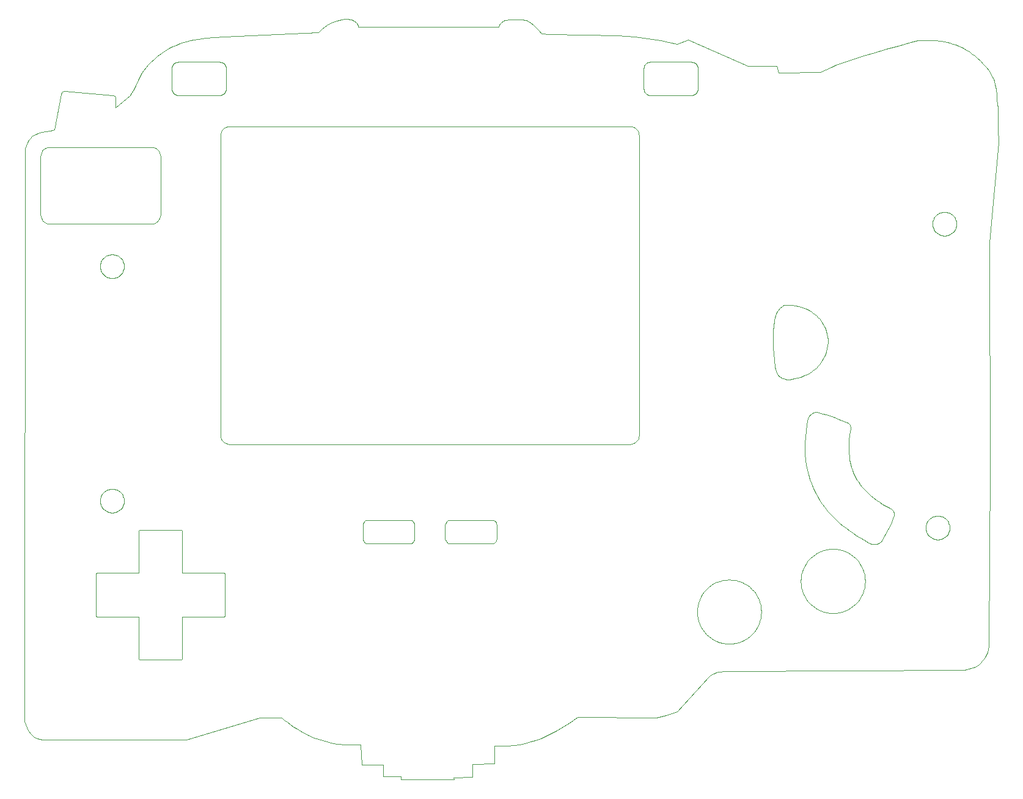
<source format=gbr>
%TF.GenerationSoftware,KiCad,Pcbnew,(6.0.11)*%
%TF.CreationDate,2023-04-05T19:42:33-05:00*%
%TF.ProjectId,GamePip,47616d65-5069-4702-9e6b-696361645f70,rev?*%
%TF.SameCoordinates,Original*%
%TF.FileFunction,Profile,NP*%
%FSLAX46Y46*%
G04 Gerber Fmt 4.6, Leading zero omitted, Abs format (unit mm)*
G04 Created by KiCad (PCBNEW (6.0.11)) date 2023-04-05 19:42:33*
%MOMM*%
%LPD*%
G01*
G04 APERTURE LIST*
%TA.AperFunction,Profile*%
%ADD10C,0.100000*%
%TD*%
G04 APERTURE END LIST*
D10*
X175003000Y-82826600D02*
X175026000Y-82660600D01*
X175026000Y-82660600D02*
X175075000Y-82413100D01*
X175075000Y-82413100D02*
X175160000Y-82109700D01*
X175160000Y-82109700D02*
X175288000Y-81775800D01*
X175288000Y-81775800D02*
X175466000Y-81437200D01*
X175466000Y-81437200D02*
X175577000Y-81274000D01*
X175577000Y-81274000D02*
X175703000Y-81119200D01*
X175703000Y-81119200D02*
X175846000Y-80976000D01*
X175846000Y-80976000D02*
X176007000Y-80847600D01*
X176007000Y-80847600D02*
X176186000Y-80737100D01*
X176186000Y-80737100D02*
X176385000Y-80647800D01*
X176385000Y-80647800D02*
X176685000Y-80625400D01*
X176685000Y-80625400D02*
X177047000Y-80628300D01*
X177047000Y-80628300D02*
X177459000Y-80660900D01*
X177459000Y-80660900D02*
X177911000Y-80727800D01*
X177911000Y-80727800D02*
X178392000Y-80833300D01*
X178392000Y-80833300D02*
X178891000Y-80982000D01*
X178891000Y-80982000D02*
X179398000Y-81178400D01*
X179398000Y-81178400D02*
X179900000Y-81426900D01*
X179900000Y-81426900D02*
X180146000Y-81572100D01*
X180146000Y-81572100D02*
X180387000Y-81732100D01*
X180387000Y-81732100D02*
X180622000Y-81907300D01*
X180622000Y-81907300D02*
X180849000Y-82098300D01*
X180849000Y-82098300D02*
X181067000Y-82305700D01*
X181067000Y-82305700D02*
X181274000Y-82530100D01*
X181274000Y-82530100D02*
X181469000Y-82772000D01*
X181469000Y-82772000D02*
X181651000Y-83032000D01*
X181651000Y-83032000D02*
X181819000Y-83310600D01*
X181819000Y-83310600D02*
X181970000Y-83608400D01*
X181970000Y-83608400D02*
X182105000Y-83925900D01*
X182105000Y-83925900D02*
X182220000Y-84263800D01*
X182220000Y-84263800D02*
X182316000Y-84622500D01*
X182316000Y-84622500D02*
X182390000Y-85002700D01*
X182390000Y-85002700D02*
X182441000Y-85404800D01*
X182441000Y-85404800D02*
X182468000Y-85829500D01*
X182468000Y-85829500D02*
X182414000Y-86252400D01*
X182414000Y-86252400D02*
X182337000Y-86652100D01*
X182337000Y-86652100D02*
X182238000Y-87029200D01*
X182238000Y-87029200D02*
X182118000Y-87384400D01*
X182118000Y-87384400D02*
X181980000Y-87718200D01*
X181980000Y-87718200D02*
X181825000Y-88031400D01*
X181825000Y-88031400D02*
X181653000Y-88324400D01*
X181653000Y-88324400D02*
X181468000Y-88597900D01*
X181468000Y-88597900D02*
X181270000Y-88852600D01*
X181270000Y-88852600D02*
X181061000Y-89089000D01*
X181061000Y-89089000D02*
X180842000Y-89307800D01*
X180842000Y-89307800D02*
X180615000Y-89509500D01*
X180615000Y-89509500D02*
X180382000Y-89694900D01*
X180382000Y-89694900D02*
X180143000Y-89864500D01*
X180143000Y-89864500D02*
X179657000Y-90158900D01*
X179657000Y-90158900D02*
X179169000Y-90397500D01*
X179169000Y-90397500D02*
X178692000Y-90585400D01*
X178692000Y-90585400D02*
X178236000Y-90727500D01*
X178236000Y-90727500D02*
X177815000Y-90828700D01*
X177815000Y-90828700D02*
X177442000Y-90894000D01*
X177442000Y-90894000D02*
X177127000Y-90928300D01*
X177127000Y-90928300D02*
X176883000Y-90936500D01*
X176883000Y-90936500D02*
X176722000Y-90923600D01*
X176722000Y-90923600D02*
X176513000Y-90883300D01*
X176513000Y-90883300D02*
X176324000Y-90830800D01*
X176324000Y-90830800D02*
X176153000Y-90766800D01*
X176153000Y-90766800D02*
X175999000Y-90692000D01*
X175999000Y-90692000D02*
X175862000Y-90607200D01*
X175862000Y-90607200D02*
X175739000Y-90512900D01*
X175739000Y-90512900D02*
X175630000Y-90410000D01*
X175630000Y-90410000D02*
X175533000Y-90299100D01*
X175533000Y-90299100D02*
X175374000Y-90056300D01*
X175374000Y-90056300D02*
X175251000Y-89790100D01*
X175251000Y-89790100D02*
X175157000Y-89506300D01*
X175157000Y-89506300D02*
X175082000Y-89210400D01*
X175082000Y-89210400D02*
X174991000Y-88252700D01*
X174991000Y-88252700D02*
X174922000Y-87344600D01*
X174922000Y-87344600D02*
X174875000Y-86484200D01*
X174875000Y-86484200D02*
X174851000Y-85669500D01*
X174851000Y-85669500D02*
X174851000Y-84898400D01*
X174851000Y-84898400D02*
X174876000Y-84168900D01*
X174876000Y-84168900D02*
X174926000Y-83479000D01*
X174926000Y-83479000D02*
X175003000Y-82826600D01*
X175003000Y-82826600D02*
X175003000Y-82826600D01*
X175003000Y-82826600D02*
X175003000Y-82826600D01*
X87103400Y-111797400D02*
X87048600Y-111808500D01*
X87048600Y-111808500D02*
X87003900Y-111838500D01*
X87003900Y-111838500D02*
X86973800Y-111883200D01*
X86973800Y-111883200D02*
X86962800Y-111938000D01*
X86962800Y-111938000D02*
X86962800Y-117748000D01*
X86962800Y-117748000D02*
X81152800Y-117748000D01*
X81152800Y-117748000D02*
X81098000Y-117759000D01*
X81098000Y-117759000D02*
X81053400Y-117789000D01*
X81053400Y-117789000D02*
X81023300Y-117834000D01*
X81023300Y-117834000D02*
X81012300Y-117889000D01*
X81012300Y-117889000D02*
X81012300Y-123628000D01*
X81012300Y-123628000D02*
X81023300Y-123683000D01*
X81023300Y-123683000D02*
X81053400Y-123728000D01*
X81053400Y-123728000D02*
X81098000Y-123758000D01*
X81098000Y-123758000D02*
X81152800Y-123769000D01*
X81152800Y-123769000D02*
X86962800Y-123769000D01*
X86962800Y-123769000D02*
X86962800Y-129579000D01*
X86962800Y-129579000D02*
X86973800Y-129634000D01*
X86973800Y-129634000D02*
X87003900Y-129678000D01*
X87003900Y-129678000D02*
X87048600Y-129708000D01*
X87048600Y-129708000D02*
X87103400Y-129719000D01*
X87103400Y-129719000D02*
X92843100Y-129719000D01*
X92843100Y-129719000D02*
X92897900Y-129708000D01*
X92897900Y-129708000D02*
X92942600Y-129678000D01*
X92942600Y-129678000D02*
X92972600Y-129634000D01*
X92972600Y-129634000D02*
X92983600Y-129579000D01*
X92983600Y-129579000D02*
X92983600Y-123769000D01*
X92983600Y-123769000D02*
X98793600Y-123769000D01*
X98793600Y-123769000D02*
X98848400Y-123758000D01*
X98848400Y-123758000D02*
X98893100Y-123728000D01*
X98893100Y-123728000D02*
X98923200Y-123683000D01*
X98923200Y-123683000D02*
X98934200Y-123628000D01*
X98934200Y-123628000D02*
X98934200Y-117889000D01*
X98934200Y-117889000D02*
X98923200Y-117834000D01*
X98923200Y-117834000D02*
X98893100Y-117789000D01*
X98893100Y-117789000D02*
X98848400Y-117759000D01*
X98848400Y-117759000D02*
X98793600Y-117748000D01*
X98793600Y-117748000D02*
X92983600Y-117748000D01*
X92983600Y-117748000D02*
X92983600Y-111938000D01*
X92983600Y-111938000D02*
X92972600Y-111883200D01*
X92972600Y-111883200D02*
X92942600Y-111838500D01*
X92942600Y-111838500D02*
X92897900Y-111808500D01*
X92897900Y-111808500D02*
X92843100Y-111797400D01*
X92843100Y-111797400D02*
X87103400Y-111797400D01*
X87103400Y-111797400D02*
X87103400Y-111797400D01*
X179702000Y-96254800D02*
X179520000Y-97163100D01*
X179520000Y-97163100D02*
X179384000Y-98043200D01*
X179384000Y-98043200D02*
X179292000Y-98895500D01*
X179292000Y-98895500D02*
X179241000Y-99720400D01*
X179241000Y-99720400D02*
X179230000Y-100518600D01*
X179230000Y-100518600D02*
X179259000Y-101290300D01*
X179259000Y-101290300D02*
X179324000Y-102036200D01*
X179324000Y-102036200D02*
X179425000Y-102756500D01*
X179425000Y-102756500D02*
X179559000Y-103451900D01*
X179559000Y-103451900D02*
X179726000Y-104122700D01*
X179726000Y-104122700D02*
X179923000Y-104769500D01*
X179923000Y-104769500D02*
X180149000Y-105392600D01*
X180149000Y-105392600D02*
X180402000Y-105992600D01*
X180402000Y-105992600D02*
X180682000Y-106569900D01*
X180682000Y-106569900D02*
X180985000Y-107125000D01*
X180985000Y-107125000D02*
X181311000Y-107658300D01*
X181311000Y-107658300D02*
X181657000Y-108170400D01*
X181657000Y-108170400D02*
X182023000Y-108661500D01*
X182023000Y-108661500D02*
X182407000Y-109132300D01*
X182407000Y-109132300D02*
X182806000Y-109583200D01*
X182806000Y-109583200D02*
X183220000Y-110014700D01*
X183220000Y-110014700D02*
X183647000Y-110427100D01*
X183647000Y-110427100D02*
X184084000Y-110821000D01*
X184084000Y-110821000D02*
X184532000Y-111196900D01*
X184532000Y-111196900D02*
X184987000Y-111555100D01*
X184987000Y-111555100D02*
X185449000Y-111896300D01*
X185449000Y-111896300D02*
X185915000Y-112220700D01*
X185915000Y-112220700D02*
X186384000Y-112528900D01*
X186384000Y-112528900D02*
X187325000Y-113098500D01*
X187325000Y-113098500D02*
X188259000Y-113609000D01*
X188259000Y-113609000D02*
X188572000Y-113693000D01*
X188572000Y-113693000D02*
X188838000Y-113732000D01*
X188838000Y-113732000D02*
X189065000Y-113733000D01*
X189065000Y-113733000D02*
X189258000Y-113702000D01*
X189258000Y-113702000D02*
X189424000Y-113645000D01*
X189424000Y-113645000D02*
X189568000Y-113567000D01*
X189568000Y-113567000D02*
X189818000Y-113375000D01*
X189818000Y-113375000D02*
X190355000Y-112471600D01*
X190355000Y-112471600D02*
X190853000Y-111566000D01*
X190853000Y-111566000D02*
X191077000Y-111111400D01*
X191077000Y-111111400D02*
X191277000Y-110655300D01*
X191277000Y-110655300D02*
X191450000Y-110197300D01*
X191450000Y-110197300D02*
X191590000Y-109737100D01*
X191590000Y-109737100D02*
X191609000Y-109551100D01*
X191609000Y-109551100D02*
X191595000Y-109389600D01*
X191595000Y-109389600D02*
X191552000Y-109249800D01*
X191552000Y-109249800D02*
X191483000Y-109129000D01*
X191483000Y-109129000D02*
X191392000Y-109024300D01*
X191392000Y-109024300D02*
X191282000Y-108933100D01*
X191282000Y-108933100D02*
X191024000Y-108779900D01*
X191024000Y-108779900D02*
X190517000Y-108494600D01*
X190517000Y-108494600D02*
X190038000Y-108206200D01*
X190038000Y-108206200D02*
X189588000Y-107914500D01*
X189588000Y-107914500D02*
X189164000Y-107619600D01*
X189164000Y-107619600D02*
X188768000Y-107321300D01*
X188768000Y-107321300D02*
X188396000Y-107019500D01*
X188396000Y-107019500D02*
X188050000Y-106714300D01*
X188050000Y-106714300D02*
X187729000Y-106405500D01*
X187729000Y-106405500D02*
X187431000Y-106093100D01*
X187431000Y-106093100D02*
X187156000Y-105777000D01*
X187156000Y-105777000D02*
X186903000Y-105457100D01*
X186903000Y-105457100D02*
X186672000Y-105133500D01*
X186672000Y-105133500D02*
X186463000Y-104805900D01*
X186463000Y-104805900D02*
X186273000Y-104474400D01*
X186273000Y-104474400D02*
X186103000Y-104138900D01*
X186103000Y-104138900D02*
X185952000Y-103799200D01*
X185952000Y-103799200D02*
X185820000Y-103455500D01*
X185820000Y-103455500D02*
X185705000Y-103107500D01*
X185705000Y-103107500D02*
X185607000Y-102755200D01*
X185607000Y-102755200D02*
X185525000Y-102398600D01*
X185525000Y-102398600D02*
X185459000Y-102037600D01*
X185459000Y-102037600D02*
X185407000Y-101672100D01*
X185407000Y-101672100D02*
X185346000Y-100927400D01*
X185346000Y-100927400D02*
X185337000Y-100164000D01*
X185337000Y-100164000D02*
X185373000Y-99381400D01*
X185373000Y-99381400D02*
X185450000Y-98578900D01*
X185450000Y-98578900D02*
X185561000Y-97756300D01*
X185561000Y-97756300D02*
X185578000Y-97618600D01*
X185578000Y-97618600D02*
X185576000Y-97489000D01*
X185576000Y-97489000D02*
X185553000Y-97367800D01*
X185553000Y-97367800D02*
X185510000Y-97255300D01*
X185510000Y-97255300D02*
X185444000Y-97152000D01*
X185444000Y-97152000D02*
X185355000Y-97058100D01*
X185355000Y-97058100D02*
X185243000Y-96974100D01*
X185243000Y-96974100D02*
X185106000Y-96900400D01*
X185106000Y-96900400D02*
X184164000Y-96506000D01*
X184164000Y-96506000D02*
X183203000Y-96140900D01*
X183203000Y-96140900D02*
X182217000Y-95814900D01*
X182217000Y-95814900D02*
X181712000Y-95669600D01*
X181712000Y-95669600D02*
X181199000Y-95537700D01*
X181199000Y-95537700D02*
X180914000Y-95483900D01*
X180914000Y-95483900D02*
X180668000Y-95486000D01*
X180668000Y-95486000D02*
X180454000Y-95536500D01*
X180454000Y-95536500D02*
X180268000Y-95628000D01*
X180268000Y-95628000D02*
X180105000Y-95753100D01*
X180105000Y-95753100D02*
X179960000Y-95904200D01*
X179960000Y-95904200D02*
X179827000Y-96073900D01*
X179827000Y-96073900D02*
X179702000Y-96254800D01*
X179702000Y-96254800D02*
X179702000Y-96254800D01*
X179702000Y-96254800D02*
X179702000Y-96254800D01*
X99527100Y-55892500D02*
X155042000Y-55892500D01*
X155042000Y-55892500D02*
X155293000Y-55917600D01*
X155293000Y-55917600D02*
X155527000Y-55989800D01*
X155527000Y-55989800D02*
X155738000Y-56104100D01*
X155738000Y-56104100D02*
X155922000Y-56255600D01*
X155922000Y-56255600D02*
X156073000Y-56439300D01*
X156073000Y-56439300D02*
X156187000Y-56650400D01*
X156187000Y-56650400D02*
X156260000Y-56883900D01*
X156260000Y-56883900D02*
X156285000Y-57134900D01*
X156285000Y-57134900D02*
X156285000Y-98650100D01*
X156285000Y-98650100D02*
X156260000Y-98901100D01*
X156260000Y-98901100D02*
X156187000Y-99134600D01*
X156187000Y-99134600D02*
X156073000Y-99345600D01*
X156073000Y-99345600D02*
X155922000Y-99529400D01*
X155922000Y-99529400D02*
X155738000Y-99680900D01*
X155738000Y-99680900D02*
X155527000Y-99795100D01*
X155527000Y-99795100D02*
X155293000Y-99867300D01*
X155293000Y-99867300D02*
X155042000Y-99892500D01*
X155042000Y-99892500D02*
X99527100Y-99892500D01*
X99527100Y-99892500D02*
X99276100Y-99867300D01*
X99276100Y-99867300D02*
X99042600Y-99795100D01*
X99042600Y-99795100D02*
X98831500Y-99680900D01*
X98831500Y-99680900D02*
X98647800Y-99529400D01*
X98647800Y-99529400D02*
X98496300Y-99345600D01*
X98496300Y-99345600D02*
X98382000Y-99134600D01*
X98382000Y-99134600D02*
X98309800Y-98901100D01*
X98309800Y-98901100D02*
X98284700Y-98650100D01*
X98284700Y-98650100D02*
X98284700Y-57134900D01*
X98284700Y-57134900D02*
X98309800Y-56883900D01*
X98309800Y-56883900D02*
X98382000Y-56650400D01*
X98382000Y-56650400D02*
X98496300Y-56439300D01*
X98496300Y-56439300D02*
X98647800Y-56255600D01*
X98647800Y-56255600D02*
X98831500Y-56104100D01*
X98831500Y-56104100D02*
X99042600Y-55989800D01*
X99042600Y-55989800D02*
X99276100Y-55917600D01*
X99276100Y-55917600D02*
X99527100Y-55892500D01*
X99527100Y-55892500D02*
X99527100Y-55892500D01*
X99527100Y-55892500D02*
X99527100Y-55892500D01*
X118672000Y-110400200D02*
X124498000Y-110400200D01*
X124498000Y-110400200D02*
X124634000Y-110416900D01*
X124634000Y-110416900D02*
X124761000Y-110464800D01*
X124761000Y-110464800D02*
X124875000Y-110540900D01*
X124875000Y-110540900D02*
X124976000Y-110641500D01*
X124976000Y-110641500D02*
X125059000Y-110763700D01*
X125059000Y-110763700D02*
X125121000Y-110903900D01*
X125121000Y-110903900D02*
X125160000Y-111059000D01*
X125160000Y-111059000D02*
X125174000Y-111225800D01*
X125174000Y-111225800D02*
X125174000Y-112853100D01*
X125174000Y-112853100D02*
X125160000Y-113019900D01*
X125160000Y-113019900D02*
X125121000Y-113175000D01*
X125121000Y-113175000D02*
X125059000Y-113315000D01*
X125059000Y-113315000D02*
X124976000Y-113437000D01*
X124976000Y-113437000D02*
X124875000Y-113538000D01*
X124875000Y-113538000D02*
X124761000Y-113614000D01*
X124761000Y-113614000D02*
X124634000Y-113662000D01*
X124634000Y-113662000D02*
X124498000Y-113679000D01*
X124498000Y-113679000D02*
X118672000Y-113679000D01*
X118672000Y-113679000D02*
X118535000Y-113662000D01*
X118535000Y-113662000D02*
X118409000Y-113614000D01*
X118409000Y-113614000D02*
X118294000Y-113538000D01*
X118294000Y-113538000D02*
X118193000Y-113437000D01*
X118193000Y-113437000D02*
X118110000Y-113315000D01*
X118110000Y-113315000D02*
X118048000Y-113175000D01*
X118048000Y-113175000D02*
X118009000Y-113019900D01*
X118009000Y-113019900D02*
X117995000Y-112853100D01*
X117995000Y-112853100D02*
X117995000Y-111225800D01*
X117995000Y-111225800D02*
X118009000Y-111059000D01*
X118009000Y-111059000D02*
X118048000Y-110903900D01*
X118048000Y-110903900D02*
X118110000Y-110763700D01*
X118110000Y-110763700D02*
X118193000Y-110641500D01*
X118193000Y-110641500D02*
X118294000Y-110540900D01*
X118294000Y-110540900D02*
X118409000Y-110464800D01*
X118409000Y-110464800D02*
X118535000Y-110416900D01*
X118535000Y-110416900D02*
X118672000Y-110400200D01*
X118672000Y-110400200D02*
X118672000Y-110400200D01*
X118672000Y-110400200D02*
X118672000Y-110400200D01*
X130072000Y-110400200D02*
X135898000Y-110400200D01*
X135898000Y-110400200D02*
X136034000Y-110416900D01*
X136034000Y-110416900D02*
X136161000Y-110464800D01*
X136161000Y-110464800D02*
X136275000Y-110540900D01*
X136275000Y-110540900D02*
X136376000Y-110641500D01*
X136376000Y-110641500D02*
X136459000Y-110763700D01*
X136459000Y-110763700D02*
X136521000Y-110903900D01*
X136521000Y-110903900D02*
X136560000Y-111059000D01*
X136560000Y-111059000D02*
X136574000Y-111225800D01*
X136574000Y-111225800D02*
X136574000Y-112853100D01*
X136574000Y-112853100D02*
X136560000Y-113019900D01*
X136560000Y-113019900D02*
X136521000Y-113175000D01*
X136521000Y-113175000D02*
X136459000Y-113315000D01*
X136459000Y-113315000D02*
X136376000Y-113437000D01*
X136376000Y-113437000D02*
X136275000Y-113538000D01*
X136275000Y-113538000D02*
X136161000Y-113614000D01*
X136161000Y-113614000D02*
X136034000Y-113662000D01*
X136034000Y-113662000D02*
X135898000Y-113679000D01*
X135898000Y-113679000D02*
X130072000Y-113679000D01*
X130072000Y-113679000D02*
X129935000Y-113662000D01*
X129935000Y-113662000D02*
X129809000Y-113614000D01*
X129809000Y-113614000D02*
X129694000Y-113538000D01*
X129694000Y-113538000D02*
X129593000Y-113437000D01*
X129593000Y-113437000D02*
X129510000Y-113315000D01*
X129510000Y-113315000D02*
X129448000Y-113175000D01*
X129448000Y-113175000D02*
X129409000Y-113019900D01*
X129409000Y-113019900D02*
X129395000Y-112853100D01*
X129395000Y-112853100D02*
X129395000Y-111225800D01*
X129395000Y-111225800D02*
X129409000Y-111059000D01*
X129409000Y-111059000D02*
X129448000Y-110903900D01*
X129448000Y-110903900D02*
X129510000Y-110763700D01*
X129510000Y-110763700D02*
X129593000Y-110641500D01*
X129593000Y-110641500D02*
X129694000Y-110540900D01*
X129694000Y-110540900D02*
X129809000Y-110464800D01*
X129809000Y-110464800D02*
X129935000Y-110416900D01*
X129935000Y-110416900D02*
X130072000Y-110400200D01*
X130072000Y-110400200D02*
X130072000Y-110400200D01*
X130072000Y-110400200D02*
X130072000Y-110400200D01*
X71215300Y-58952700D02*
X71168500Y-138248000D01*
X71168500Y-138248000D02*
X71312700Y-138691000D01*
X71312700Y-138691000D02*
X71466300Y-139128000D01*
X71466300Y-139128000D02*
X71653200Y-139546000D01*
X71653200Y-139546000D02*
X71766600Y-139742000D01*
X71766600Y-139742000D02*
X71897300Y-139929000D01*
X71897300Y-139929000D02*
X72048300Y-140103000D01*
X72048300Y-140103000D02*
X72222700Y-140263000D01*
X72222700Y-140263000D02*
X72423300Y-140407000D01*
X72423300Y-140407000D02*
X72653200Y-140534000D01*
X72653200Y-140534000D02*
X72915400Y-140641000D01*
X72915400Y-140641000D02*
X73212800Y-140727000D01*
X73212800Y-140727000D02*
X73548600Y-140790000D01*
X73548600Y-140790000D02*
X73925600Y-140828000D01*
X73925600Y-140828000D02*
X93524400Y-140827000D01*
X93524400Y-140827000D02*
X103724700Y-137789000D01*
X103724700Y-137789000D02*
X106806700Y-137755000D01*
X106806700Y-137755000D02*
X107130200Y-138081000D01*
X107130200Y-138081000D02*
X107504500Y-138403000D01*
X107504500Y-138403000D02*
X107924500Y-138720000D01*
X107924500Y-138720000D02*
X108385100Y-139034000D01*
X108385100Y-139034000D02*
X108881200Y-139344000D01*
X108881200Y-139344000D02*
X109407600Y-139652000D01*
X109407600Y-139652000D02*
X110530700Y-140262000D01*
X110530700Y-140262000D02*
X111219300Y-140532000D01*
X111219300Y-140532000D02*
X111857500Y-140761000D01*
X111857500Y-140761000D02*
X112449000Y-140953000D01*
X112449000Y-140953000D02*
X112999000Y-141110000D01*
X112999000Y-141110000D02*
X113509000Y-141236000D01*
X113509000Y-141236000D02*
X113986000Y-141334000D01*
X113986000Y-141334000D02*
X114431000Y-141407000D01*
X114431000Y-141407000D02*
X114850000Y-141458000D01*
X114850000Y-141458000D02*
X115247000Y-141491000D01*
X115247000Y-141491000D02*
X115624000Y-141509000D01*
X115624000Y-141509000D02*
X116338000Y-141510000D01*
X116338000Y-141510000D02*
X117713000Y-141471000D01*
X117713000Y-141471000D02*
X117838000Y-144263000D01*
X117838000Y-144263000D02*
X120816000Y-144310000D01*
X120816000Y-144310000D02*
X120867000Y-145896000D01*
X120867000Y-145896000D02*
X123309000Y-145933000D01*
X123309000Y-145933000D02*
X123321000Y-146295000D01*
X123321000Y-146295000D02*
X130632000Y-146353000D01*
X130632000Y-146353000D02*
X130597000Y-146062000D01*
X130597000Y-146062000D02*
X133157000Y-146006000D01*
X133157000Y-146006000D02*
X133167000Y-144178000D01*
X133167000Y-144178000D02*
X136208000Y-144096000D01*
X136208000Y-144096000D02*
X136221000Y-141658000D01*
X136221000Y-141658000D02*
X137133000Y-141682000D01*
X137133000Y-141682000D02*
X138010000Y-141657000D01*
X138010000Y-141657000D02*
X138855000Y-141585000D01*
X138855000Y-141585000D02*
X139670000Y-141468000D01*
X139670000Y-141468000D02*
X140456000Y-141311000D01*
X140456000Y-141311000D02*
X141216000Y-141116000D01*
X141216000Y-141116000D02*
X141952000Y-140884000D01*
X141952000Y-140884000D02*
X142665000Y-140620000D01*
X142665000Y-140620000D02*
X143357000Y-140327000D01*
X143357000Y-140327000D02*
X144031000Y-140006000D01*
X144031000Y-140006000D02*
X144688000Y-139661000D01*
X144688000Y-139661000D02*
X145331000Y-139294000D01*
X145331000Y-139294000D02*
X145960000Y-138909000D01*
X145960000Y-138909000D02*
X146579000Y-138508000D01*
X146579000Y-138508000D02*
X147791000Y-137671000D01*
X147791000Y-137671000D02*
X158653000Y-137741000D01*
X158653000Y-137741000D02*
X159342000Y-137611000D01*
X159342000Y-137611000D02*
X160058000Y-137424000D01*
X160058000Y-137424000D02*
X160799000Y-137184000D01*
X160799000Y-137184000D02*
X161562000Y-136896000D01*
X161562000Y-136896000D02*
X165857000Y-132167000D01*
X165857000Y-132167000D02*
X166089000Y-131958000D01*
X166089000Y-131958000D02*
X166348000Y-131788000D01*
X166348000Y-131788000D02*
X166631000Y-131651000D01*
X166631000Y-131651000D02*
X166935000Y-131545000D01*
X166935000Y-131545000D02*
X167259000Y-131465000D01*
X167259000Y-131465000D02*
X167598000Y-131408000D01*
X167598000Y-131408000D02*
X167951000Y-131369000D01*
X167951000Y-131369000D02*
X168313000Y-131344000D01*
X168313000Y-131344000D02*
X200987000Y-131156000D01*
X200987000Y-131156000D02*
X201326000Y-131134000D01*
X201326000Y-131134000D02*
X201655000Y-131093000D01*
X201655000Y-131093000D02*
X201972000Y-131032000D01*
X201972000Y-131032000D02*
X202278000Y-130950000D01*
X202278000Y-130950000D02*
X202570000Y-130846000D01*
X202570000Y-130846000D02*
X202850000Y-130718000D01*
X202850000Y-130718000D02*
X203115000Y-130565000D01*
X203115000Y-130565000D02*
X203366000Y-130386000D01*
X203366000Y-130386000D02*
X203602000Y-130180000D01*
X203602000Y-130180000D02*
X203821000Y-129945000D01*
X203821000Y-129945000D02*
X204023000Y-129681000D01*
X204023000Y-129681000D02*
X204208000Y-129385000D01*
X204208000Y-129385000D02*
X204375000Y-129057000D01*
X204375000Y-129057000D02*
X204523000Y-128695000D01*
X204523000Y-128695000D02*
X204651000Y-128299000D01*
X204651000Y-128299000D02*
X204758000Y-127866000D01*
X204758000Y-127866000D02*
X204881000Y-102969900D01*
X204881000Y-102969900D02*
X204791000Y-71970500D01*
X204791000Y-71970500D02*
X206083000Y-58088300D01*
X206083000Y-58088300D02*
X206049000Y-57436300D01*
X206049000Y-57436300D02*
X206034000Y-56729900D01*
X206034000Y-56729900D02*
X206030000Y-55254600D01*
X206030000Y-55254600D02*
X206014000Y-53863100D01*
X206014000Y-53863100D02*
X205984000Y-53261600D01*
X205984000Y-53261600D02*
X205930000Y-52756300D01*
X205930000Y-52756300D02*
X205853000Y-52076700D01*
X205853000Y-52076700D02*
X205805000Y-51407300D01*
X205805000Y-51407300D02*
X205739000Y-50733000D01*
X205739000Y-50733000D02*
X205685000Y-50389500D01*
X205685000Y-50389500D02*
X205610000Y-50039200D01*
X205610000Y-50039200D02*
X205507000Y-49680200D01*
X205507000Y-49680200D02*
X205372000Y-49310800D01*
X205372000Y-49310800D02*
X205197000Y-48929000D01*
X205197000Y-48929000D02*
X204978000Y-48533100D01*
X204978000Y-48533100D02*
X204708000Y-48121100D01*
X204708000Y-48121100D02*
X204383000Y-47691100D01*
X204383000Y-47691100D02*
X203995000Y-47241500D01*
X203995000Y-47241500D02*
X203540000Y-46770100D01*
X203540000Y-46770100D02*
X203150000Y-46414700D01*
X203150000Y-46414700D02*
X202765000Y-46090000D01*
X202765000Y-46090000D02*
X202386000Y-45794700D01*
X202386000Y-45794700D02*
X202011000Y-45527500D01*
X202011000Y-45527500D02*
X201637000Y-45286800D01*
X201637000Y-45286800D02*
X201264000Y-45071500D01*
X201264000Y-45071500D02*
X200889000Y-44880000D01*
X200889000Y-44880000D02*
X200512000Y-44711000D01*
X200512000Y-44711000D02*
X200131000Y-44563100D01*
X200131000Y-44563100D02*
X199744000Y-44434900D01*
X199744000Y-44434900D02*
X199349000Y-44325000D01*
X199349000Y-44325000D02*
X198946000Y-44232100D01*
X198946000Y-44232100D02*
X198532000Y-44154800D01*
X198532000Y-44154800D02*
X198107000Y-44091700D01*
X198107000Y-44091700D02*
X197214000Y-44002400D01*
X197214000Y-44002400D02*
X196154000Y-43946800D01*
X196154000Y-43946800D02*
X195704000Y-43943300D01*
X195704000Y-43943300D02*
X195296000Y-43957000D01*
X195296000Y-43957000D02*
X194922000Y-43988800D01*
X194922000Y-43988800D02*
X194574000Y-44039400D01*
X194574000Y-44039400D02*
X194243000Y-44109700D01*
X194243000Y-44109700D02*
X193921000Y-44200500D01*
X193921000Y-44200500D02*
X192167000Y-44708400D01*
X192167000Y-44708400D02*
X190496000Y-45180100D01*
X190496000Y-45180100D02*
X188893000Y-45635400D01*
X188893000Y-45635400D02*
X187343000Y-46093800D01*
X187343000Y-46093800D02*
X185829000Y-46575200D01*
X185829000Y-46575200D02*
X184337000Y-47099200D01*
X184337000Y-47099200D02*
X183595000Y-47383300D01*
X183595000Y-47383300D02*
X182852000Y-47685400D01*
X182852000Y-47685400D02*
X182107000Y-48008100D01*
X182107000Y-48008100D02*
X181358000Y-48353700D01*
X181358000Y-48353700D02*
X175628000Y-48422900D01*
X175628000Y-48422900D02*
X175393000Y-47557100D01*
X175393000Y-47557100D02*
X171379000Y-47508500D01*
X171379000Y-47508500D02*
X163118000Y-43897000D01*
X163118000Y-43897000D02*
X161581000Y-44512500D01*
X161581000Y-44512500D02*
X160406000Y-44215100D01*
X160406000Y-44215100D02*
X159230000Y-43967100D01*
X159230000Y-43967100D02*
X158053000Y-43763900D01*
X158053000Y-43763900D02*
X156876000Y-43600600D01*
X156876000Y-43600600D02*
X155699000Y-43472700D01*
X155699000Y-43472700D02*
X154521000Y-43375300D01*
X154521000Y-43375300D02*
X153343000Y-43303800D01*
X153343000Y-43303800D02*
X152165000Y-43253400D01*
X152165000Y-43253400D02*
X149808000Y-43197400D01*
X149808000Y-43197400D02*
X147451000Y-43169400D01*
X147451000Y-43169400D02*
X145093000Y-43131900D01*
X145093000Y-43131900D02*
X143915000Y-43097800D01*
X143915000Y-43097800D02*
X142736000Y-43047100D01*
X142736000Y-43047100D02*
X142397000Y-42615200D01*
X142397000Y-42615200D02*
X142032000Y-42212600D01*
X142032000Y-42212600D02*
X141647000Y-41851300D01*
X141647000Y-41851300D02*
X141247000Y-41543000D01*
X141247000Y-41543000D02*
X141043000Y-41412500D01*
X141043000Y-41412500D02*
X140837000Y-41299700D01*
X140837000Y-41299700D02*
X140630000Y-41206000D01*
X140630000Y-41206000D02*
X140423000Y-41133100D01*
X140423000Y-41133100D02*
X140216000Y-41082300D01*
X140216000Y-41082300D02*
X140009000Y-41055100D01*
X140009000Y-41055100D02*
X139805000Y-41053100D01*
X139805000Y-41053100D02*
X139602000Y-41077700D01*
X139602000Y-41077700D02*
X138790000Y-41077100D01*
X138790000Y-41077100D02*
X138171000Y-41121200D01*
X138171000Y-41121200D02*
X137924000Y-41158500D01*
X137924000Y-41158500D02*
X137713000Y-41205300D01*
X137713000Y-41205300D02*
X137536000Y-41261000D01*
X137536000Y-41261000D02*
X137388000Y-41325000D01*
X137388000Y-41325000D02*
X137265000Y-41396800D01*
X137265000Y-41396800D02*
X137164000Y-41475800D01*
X137164000Y-41475800D02*
X137081000Y-41561500D01*
X137081000Y-41561500D02*
X137011000Y-41653300D01*
X137011000Y-41653300D02*
X136899000Y-41852800D01*
X136899000Y-41852800D02*
X136797000Y-42069900D01*
X136797000Y-42069900D02*
X117391000Y-42070700D01*
X117391000Y-42070700D02*
X117339000Y-41909200D01*
X117339000Y-41909200D02*
X117275000Y-41761100D01*
X117275000Y-41761100D02*
X117197000Y-41626400D01*
X117197000Y-41626400D02*
X117107000Y-41505100D01*
X117107000Y-41505100D02*
X117004000Y-41397100D01*
X117004000Y-41397100D02*
X116888000Y-41302300D01*
X116888000Y-41302300D02*
X116759000Y-41220700D01*
X116759000Y-41220700D02*
X116618000Y-41152300D01*
X116618000Y-41152300D02*
X116464000Y-41096900D01*
X116464000Y-41096900D02*
X116298000Y-41054600D01*
X116298000Y-41054600D02*
X115928000Y-41008800D01*
X115928000Y-41008800D02*
X115509000Y-41014500D01*
X115509000Y-41014500D02*
X115041000Y-41071100D01*
X115041000Y-41071100D02*
X114419000Y-41218800D01*
X114419000Y-41218800D02*
X113886000Y-41398300D01*
X113886000Y-41398300D02*
X113427000Y-41605400D01*
X113427000Y-41605400D02*
X113032000Y-41835500D01*
X113032000Y-41835500D02*
X112687000Y-42084300D01*
X112687000Y-42084300D02*
X112383000Y-42347400D01*
X112383000Y-42347400D02*
X112104800Y-42620400D01*
X112104800Y-42620400D02*
X111842200Y-42898900D01*
X111842200Y-42898900D02*
X98702800Y-43453500D01*
X98702800Y-43453500D02*
X97416700Y-43551400D01*
X97416700Y-43551400D02*
X96236100Y-43657700D01*
X96236100Y-43657700D02*
X95138400Y-43795300D01*
X95138400Y-43795300D02*
X94613600Y-43882800D01*
X94613600Y-43882800D02*
X94101000Y-43986600D01*
X94101000Y-43986600D02*
X93597800Y-44109400D01*
X93597800Y-44109400D02*
X93101200Y-44254100D01*
X93101200Y-44254100D02*
X92608400Y-44423500D01*
X92608400Y-44423500D02*
X92116500Y-44620500D01*
X92116500Y-44620500D02*
X91622700Y-44847800D01*
X91622700Y-44847800D02*
X91124100Y-45108300D01*
X91124100Y-45108300D02*
X90618000Y-45404900D01*
X90618000Y-45404900D02*
X90101500Y-45740200D01*
X90101500Y-45740200D02*
X89543200Y-46162000D01*
X89543200Y-46162000D02*
X89055000Y-46570400D01*
X89055000Y-46570400D02*
X88630200Y-46966500D01*
X88630200Y-46966500D02*
X88261800Y-47351800D01*
X88261800Y-47351800D02*
X87943000Y-47727500D01*
X87943000Y-47727500D02*
X87667100Y-48094900D01*
X87667100Y-48094900D02*
X87427000Y-48455400D01*
X87427000Y-48455400D02*
X87216100Y-48810400D01*
X87216100Y-48810400D02*
X86854100Y-49508700D01*
X86854100Y-49508700D02*
X86526200Y-50200400D01*
X86526200Y-50200400D02*
X86177800Y-50896000D01*
X86177800Y-50896000D02*
X85978700Y-51248700D01*
X85978700Y-51248700D02*
X85754000Y-51606200D01*
X85754000Y-51606200D02*
X83771700Y-53256700D01*
X83771700Y-53256700D02*
X83742000Y-52073200D01*
X83742000Y-52073200D02*
X83752500Y-51978000D01*
X83752500Y-51978000D02*
X83748000Y-51889100D01*
X83748000Y-51889100D02*
X83727700Y-51808500D01*
X83727700Y-51808500D02*
X83690600Y-51738000D01*
X83690600Y-51738000D02*
X83635900Y-51679900D01*
X83635900Y-51679900D02*
X83562700Y-51635900D01*
X83562700Y-51635900D02*
X83470200Y-51608200D01*
X83470200Y-51608200D02*
X83357400Y-51598800D01*
X83357400Y-51598800D02*
X76743800Y-50973100D01*
X76743800Y-50973100D02*
X76617500Y-50977800D01*
X76617500Y-50977800D02*
X76512600Y-51000000D01*
X76512600Y-51000000D02*
X76427200Y-51038100D01*
X76427200Y-51038100D02*
X76359100Y-51090500D01*
X76359100Y-51090500D02*
X76306400Y-51155600D01*
X76306400Y-51155600D02*
X76267200Y-51231600D01*
X76267200Y-51231600D02*
X76221000Y-51410100D01*
X76221000Y-51410100D02*
X75291200Y-56320100D01*
X75291200Y-56320100D02*
X75006000Y-56402000D01*
X75006000Y-56402000D02*
X74715000Y-56468100D01*
X74715000Y-56468100D02*
X74123800Y-56575600D01*
X74123800Y-56575600D02*
X73534700Y-56688600D01*
X73534700Y-56688600D02*
X73246200Y-56761700D01*
X73246200Y-56761700D02*
X72964600Y-56853500D01*
X72964600Y-56853500D02*
X72692100Y-56969700D01*
X72692100Y-56969700D02*
X72430700Y-57116100D01*
X72430700Y-57116100D02*
X72182500Y-57298600D01*
X72182500Y-57298600D02*
X71949800Y-57522800D01*
X71949800Y-57522800D02*
X71734600Y-57794600D01*
X71734600Y-57794600D02*
X71539000Y-58119600D01*
X71539000Y-58119600D02*
X71365200Y-58503700D01*
X71365200Y-58503700D02*
X71215300Y-58952700D01*
X71215300Y-58952700D02*
X71215300Y-58952700D01*
X71215300Y-58952700D02*
X71215300Y-58952700D01*
X173210000Y-123120000D02*
X173187000Y-123575000D01*
X173187000Y-123575000D02*
X173120000Y-124017000D01*
X173120000Y-124017000D02*
X173010000Y-124443000D01*
X173010000Y-124443000D02*
X172861000Y-124852000D01*
X172861000Y-124852000D02*
X172673000Y-125241000D01*
X172673000Y-125241000D02*
X172450000Y-125608000D01*
X172450000Y-125608000D02*
X172194000Y-125951000D01*
X172194000Y-125951000D02*
X171907000Y-126267000D01*
X171907000Y-126267000D02*
X171591000Y-126554000D01*
X171591000Y-126554000D02*
X171248000Y-126811000D01*
X171248000Y-126811000D02*
X170881000Y-127033000D01*
X170881000Y-127033000D02*
X170492000Y-127221000D01*
X170492000Y-127221000D02*
X170083000Y-127371000D01*
X170083000Y-127371000D02*
X169657000Y-127480000D01*
X169657000Y-127480000D02*
X169215000Y-127548000D01*
X169215000Y-127548000D02*
X168760000Y-127571000D01*
X168760000Y-127571000D02*
X168305000Y-127548000D01*
X168305000Y-127548000D02*
X167863000Y-127480000D01*
X167863000Y-127480000D02*
X167436000Y-127371000D01*
X167436000Y-127371000D02*
X167027000Y-127221000D01*
X167027000Y-127221000D02*
X166638000Y-127033000D01*
X166638000Y-127033000D02*
X166271000Y-126811000D01*
X166271000Y-126811000D02*
X165929000Y-126554000D01*
X165929000Y-126554000D02*
X165613000Y-126267000D01*
X165613000Y-126267000D02*
X165325000Y-125951000D01*
X165325000Y-125951000D02*
X165069000Y-125608000D01*
X165069000Y-125608000D02*
X164846000Y-125241000D01*
X164846000Y-125241000D02*
X164659000Y-124852000D01*
X164659000Y-124852000D02*
X164509000Y-124443000D01*
X164509000Y-124443000D02*
X164399000Y-124017000D01*
X164399000Y-124017000D02*
X164332000Y-123575000D01*
X164332000Y-123575000D02*
X164309000Y-123120000D01*
X164309000Y-123120000D02*
X164331000Y-122680000D01*
X164331000Y-122680000D02*
X164395000Y-122248000D01*
X164395000Y-122248000D02*
X164501000Y-121825000D01*
X164501000Y-121825000D02*
X164648000Y-121417000D01*
X164648000Y-121417000D02*
X164833000Y-121024000D01*
X164833000Y-121024000D02*
X165057000Y-120651000D01*
X165057000Y-120651000D02*
X165317000Y-120299000D01*
X165317000Y-120299000D02*
X165613000Y-119973000D01*
X165613000Y-119973000D02*
X165939000Y-119677000D01*
X165939000Y-119677000D02*
X166290000Y-119417000D01*
X166290000Y-119417000D02*
X166664000Y-119193000D01*
X166664000Y-119193000D02*
X167056000Y-119008000D01*
X167056000Y-119008000D02*
X167465000Y-118862000D01*
X167465000Y-118862000D02*
X167887000Y-118755000D01*
X167887000Y-118755000D02*
X168320000Y-118691000D01*
X168320000Y-118691000D02*
X168760000Y-118669000D01*
X168760000Y-118669000D02*
X169215000Y-118692000D01*
X169215000Y-118692000D02*
X169657000Y-118760000D01*
X169657000Y-118760000D02*
X170083000Y-118869000D01*
X170083000Y-118869000D02*
X170492000Y-119019000D01*
X170492000Y-119019000D02*
X170881000Y-119206000D01*
X170881000Y-119206000D02*
X171248000Y-119429000D01*
X171248000Y-119429000D02*
X171591000Y-119685000D01*
X171591000Y-119685000D02*
X171907000Y-119973000D01*
X171907000Y-119973000D02*
X172194000Y-120289000D01*
X172194000Y-120289000D02*
X172450000Y-120631000D01*
X172450000Y-120631000D02*
X172673000Y-120998000D01*
X172673000Y-120998000D02*
X172861000Y-121387000D01*
X172861000Y-121387000D02*
X173010000Y-121796000D01*
X173010000Y-121796000D02*
X173120000Y-122223000D01*
X173120000Y-122223000D02*
X173187000Y-122665000D01*
X173187000Y-122665000D02*
X173210000Y-123120000D01*
X173210000Y-123120000D02*
X173210000Y-123120000D01*
X173210000Y-123120000D02*
X173210000Y-123120000D01*
X187590000Y-118871000D02*
X187569000Y-119310000D01*
X187569000Y-119310000D02*
X187504000Y-119743000D01*
X187504000Y-119743000D02*
X187398000Y-120165000D01*
X187398000Y-120165000D02*
X187252000Y-120574000D01*
X187252000Y-120574000D02*
X187066000Y-120966000D01*
X187066000Y-120966000D02*
X186843000Y-121340000D01*
X186843000Y-121340000D02*
X186583000Y-121691000D01*
X186583000Y-121691000D02*
X186287000Y-122018000D01*
X186287000Y-122018000D02*
X185960000Y-122313000D01*
X185960000Y-122313000D02*
X185609000Y-122574000D01*
X185609000Y-122574000D02*
X185236000Y-122797000D01*
X185236000Y-122797000D02*
X184843000Y-122983000D01*
X184843000Y-122983000D02*
X184434000Y-123129000D01*
X184434000Y-123129000D02*
X184012000Y-123235000D01*
X184012000Y-123235000D02*
X183580000Y-123300000D01*
X183580000Y-123300000D02*
X183140000Y-123321000D01*
X183140000Y-123321000D02*
X182700000Y-123300000D01*
X182700000Y-123300000D02*
X182267000Y-123235000D01*
X182267000Y-123235000D02*
X181845000Y-123129000D01*
X181845000Y-123129000D02*
X181436000Y-122983000D01*
X181436000Y-122983000D02*
X181044000Y-122797000D01*
X181044000Y-122797000D02*
X180670000Y-122574000D01*
X180670000Y-122574000D02*
X180319000Y-122313000D01*
X180319000Y-122313000D02*
X179993000Y-122018000D01*
X179993000Y-122018000D02*
X179697000Y-121691000D01*
X179697000Y-121691000D02*
X179437000Y-121340000D01*
X179437000Y-121340000D02*
X179213000Y-120966000D01*
X179213000Y-120966000D02*
X179028000Y-120574000D01*
X179028000Y-120574000D02*
X178881000Y-120165000D01*
X178881000Y-120165000D02*
X178775000Y-119743000D01*
X178775000Y-119743000D02*
X178711000Y-119310000D01*
X178711000Y-119310000D02*
X178689000Y-118871000D01*
X178689000Y-118871000D02*
X178711000Y-118431000D01*
X178711000Y-118431000D02*
X178775000Y-117998000D01*
X178775000Y-117998000D02*
X178881000Y-117576000D01*
X178881000Y-117576000D02*
X179028000Y-117167000D01*
X179028000Y-117167000D02*
X179213000Y-116775000D01*
X179213000Y-116775000D02*
X179437000Y-116401000D01*
X179437000Y-116401000D02*
X179697000Y-116050000D01*
X179697000Y-116050000D02*
X179993000Y-115723000D01*
X179993000Y-115723000D02*
X180319000Y-115428000D01*
X180319000Y-115428000D02*
X180670000Y-115168000D01*
X180670000Y-115168000D02*
X181044000Y-114944000D01*
X181044000Y-114944000D02*
X181436000Y-114759000D01*
X181436000Y-114759000D02*
X181845000Y-114612000D01*
X181845000Y-114612000D02*
X182267000Y-114506000D01*
X182267000Y-114506000D02*
X182700000Y-114442000D01*
X182700000Y-114442000D02*
X183140000Y-114420000D01*
X183140000Y-114420000D02*
X183580000Y-114442000D01*
X183580000Y-114442000D02*
X184012000Y-114506000D01*
X184012000Y-114506000D02*
X184434000Y-114612000D01*
X184434000Y-114612000D02*
X184843000Y-114759000D01*
X184843000Y-114759000D02*
X185236000Y-114944000D01*
X185236000Y-114944000D02*
X185609000Y-115168000D01*
X185609000Y-115168000D02*
X185960000Y-115428000D01*
X185960000Y-115428000D02*
X186287000Y-115723000D01*
X186287000Y-115723000D02*
X186583000Y-116050000D01*
X186583000Y-116050000D02*
X186843000Y-116401000D01*
X186843000Y-116401000D02*
X187066000Y-116775000D01*
X187066000Y-116775000D02*
X187252000Y-117167000D01*
X187252000Y-117167000D02*
X187398000Y-117576000D01*
X187398000Y-117576000D02*
X187504000Y-117998000D01*
X187504000Y-117998000D02*
X187569000Y-118431000D01*
X187569000Y-118431000D02*
X187590000Y-118871000D01*
X187590000Y-118871000D02*
X187590000Y-118871000D01*
X187590000Y-118871000D02*
X187590000Y-118871000D01*
X74543900Y-58771700D02*
X88792200Y-58771700D01*
X88792200Y-58771700D02*
X89029900Y-58797400D01*
X89029900Y-58797400D02*
X89251000Y-58871300D01*
X89251000Y-58871300D02*
X89450800Y-58988300D01*
X89450800Y-58988300D02*
X89624800Y-59143400D01*
X89624800Y-59143400D02*
X89768200Y-59331400D01*
X89768200Y-59331400D02*
X89876500Y-59547500D01*
X89876500Y-59547500D02*
X89944800Y-59786500D01*
X89944800Y-59786500D02*
X89968600Y-60043400D01*
X89968600Y-60043400D02*
X89968600Y-68101100D01*
X89968600Y-68101100D02*
X89944800Y-68358000D01*
X89944800Y-68358000D02*
X89876500Y-68597100D01*
X89876500Y-68597100D02*
X89768200Y-68813100D01*
X89768200Y-68813100D02*
X89624800Y-69001200D01*
X89624800Y-69001200D02*
X89450800Y-69156200D01*
X89450800Y-69156200D02*
X89251000Y-69273200D01*
X89251000Y-69273200D02*
X89029900Y-69347100D01*
X89029900Y-69347100D02*
X88792200Y-69372900D01*
X88792200Y-69372900D02*
X74543900Y-69372900D01*
X74543900Y-69372900D02*
X74306200Y-69347100D01*
X74306200Y-69347100D02*
X74085100Y-69273200D01*
X74085100Y-69273200D02*
X73885200Y-69156200D01*
X73885200Y-69156200D02*
X73711200Y-69001200D01*
X73711200Y-69001200D02*
X73567800Y-68813100D01*
X73567800Y-68813100D02*
X73459600Y-68597100D01*
X73459600Y-68597100D02*
X73391300Y-68358000D01*
X73391300Y-68358000D02*
X73367400Y-68101100D01*
X73367400Y-68101100D02*
X73367400Y-60043400D01*
X73367400Y-60043400D02*
X73391300Y-59786500D01*
X73391300Y-59786500D02*
X73459600Y-59547500D01*
X73459600Y-59547500D02*
X73567800Y-59331400D01*
X73567800Y-59331400D02*
X73711200Y-59143400D01*
X73711200Y-59143400D02*
X73885200Y-58988300D01*
X73885200Y-58988300D02*
X74085100Y-58871300D01*
X74085100Y-58871300D02*
X74306200Y-58797400D01*
X74306200Y-58797400D02*
X74543900Y-58771700D01*
X74543900Y-58771700D02*
X74543900Y-58771700D01*
X74543900Y-58771700D02*
X74543900Y-58771700D01*
X157853000Y-46958000D02*
X163515000Y-46958000D01*
X163515000Y-46958000D02*
X163701000Y-46976600D01*
X163701000Y-46976600D02*
X163873000Y-47030100D01*
X163873000Y-47030100D02*
X164030000Y-47114700D01*
X164030000Y-47114700D02*
X164166000Y-47226900D01*
X164166000Y-47226900D02*
X164278000Y-47363000D01*
X164278000Y-47363000D02*
X164363000Y-47519300D01*
X164363000Y-47519300D02*
X164416000Y-47692200D01*
X164416000Y-47692200D02*
X164435000Y-47878100D01*
X164435000Y-47878100D02*
X164435000Y-50656900D01*
X164435000Y-50656900D02*
X164416000Y-50842800D01*
X164416000Y-50842800D02*
X164363000Y-51015800D01*
X164363000Y-51015800D02*
X164278000Y-51172100D01*
X164278000Y-51172100D02*
X164166000Y-51308100D01*
X164166000Y-51308100D02*
X164030000Y-51420300D01*
X164030000Y-51420300D02*
X163873000Y-51505000D01*
X163873000Y-51505000D02*
X163701000Y-51558400D01*
X163701000Y-51558400D02*
X163515000Y-51577000D01*
X163515000Y-51577000D02*
X157853000Y-51577000D01*
X157853000Y-51577000D02*
X157667000Y-51558400D01*
X157667000Y-51558400D02*
X157494000Y-51505000D01*
X157494000Y-51505000D02*
X157338000Y-51420300D01*
X157338000Y-51420300D02*
X157202000Y-51308100D01*
X157202000Y-51308100D02*
X157089000Y-51172100D01*
X157089000Y-51172100D02*
X157005000Y-51015800D01*
X157005000Y-51015800D02*
X156951000Y-50842800D01*
X156951000Y-50842800D02*
X156933000Y-50656900D01*
X156933000Y-50656900D02*
X156933000Y-47878100D01*
X156933000Y-47878100D02*
X156951000Y-47692200D01*
X156951000Y-47692200D02*
X157005000Y-47519300D01*
X157005000Y-47519300D02*
X157089000Y-47363000D01*
X157089000Y-47363000D02*
X157202000Y-47226900D01*
X157202000Y-47226900D02*
X157338000Y-47114700D01*
X157338000Y-47114700D02*
X157494000Y-47030100D01*
X157494000Y-47030100D02*
X157667000Y-46976600D01*
X157667000Y-46976600D02*
X157853000Y-46958000D01*
X157853000Y-46958000D02*
X157853000Y-46958000D01*
X157853000Y-46958000D02*
X157853000Y-46958000D01*
X92477600Y-46958000D02*
X98139400Y-46958000D01*
X98139400Y-46958000D02*
X98325300Y-46976600D01*
X98325300Y-46976600D02*
X98498200Y-47030100D01*
X98498200Y-47030100D02*
X98654500Y-47114700D01*
X98654500Y-47114700D02*
X98790600Y-47226900D01*
X98790600Y-47226900D02*
X98902800Y-47363000D01*
X98902800Y-47363000D02*
X98987400Y-47519300D01*
X98987400Y-47519300D02*
X99040900Y-47692200D01*
X99040900Y-47692200D02*
X99059500Y-47878100D01*
X99059500Y-47878100D02*
X99059500Y-50656900D01*
X99059500Y-50656900D02*
X99040900Y-50842800D01*
X99040900Y-50842800D02*
X98987400Y-51015800D01*
X98987400Y-51015800D02*
X98902800Y-51172100D01*
X98902800Y-51172100D02*
X98790600Y-51308100D01*
X98790600Y-51308100D02*
X98654500Y-51420300D01*
X98654500Y-51420300D02*
X98498200Y-51505000D01*
X98498200Y-51505000D02*
X98325300Y-51558400D01*
X98325300Y-51558400D02*
X98139400Y-51577000D01*
X98139400Y-51577000D02*
X92477600Y-51577000D01*
X92477600Y-51577000D02*
X92291700Y-51558400D01*
X92291700Y-51558400D02*
X92118800Y-51505000D01*
X92118800Y-51505000D02*
X91962500Y-51420300D01*
X91962500Y-51420300D02*
X91826400Y-51308100D01*
X91826400Y-51308100D02*
X91714200Y-51172100D01*
X91714200Y-51172100D02*
X91629600Y-51015800D01*
X91629600Y-51015800D02*
X91576100Y-50842800D01*
X91576100Y-50842800D02*
X91557500Y-50656900D01*
X91557500Y-50656900D02*
X91557500Y-47878100D01*
X91557500Y-47878100D02*
X91576100Y-47692200D01*
X91576100Y-47692200D02*
X91629600Y-47519300D01*
X91629600Y-47519300D02*
X91714200Y-47363000D01*
X91714200Y-47363000D02*
X91826400Y-47226900D01*
X91826400Y-47226900D02*
X91962500Y-47114700D01*
X91962500Y-47114700D02*
X92118800Y-47030100D01*
X92118800Y-47030100D02*
X92291700Y-46976600D01*
X92291700Y-46976600D02*
X92477600Y-46958000D01*
X92477600Y-46958000D02*
X92477600Y-46958000D01*
X92477600Y-46958000D02*
X92477600Y-46958000D01*
X84927400Y-75264800D02*
X84919300Y-75427900D01*
X84919300Y-75427900D02*
X84895400Y-75588200D01*
X84895400Y-75588200D02*
X84856000Y-75744700D01*
X84856000Y-75744700D02*
X84801800Y-75896200D01*
X84801800Y-75896200D02*
X84733000Y-76041800D01*
X84733000Y-76041800D02*
X84650100Y-76180200D01*
X84650100Y-76180200D02*
X84553700Y-76310500D01*
X84553700Y-76310500D02*
X84444100Y-76431500D01*
X84444100Y-76431500D02*
X84323100Y-76541100D01*
X84323100Y-76541100D02*
X84192800Y-76637600D01*
X84192800Y-76637600D02*
X84054300Y-76720400D01*
X84054300Y-76720400D02*
X83908800Y-76789200D01*
X83908800Y-76789200D02*
X83757200Y-76843500D01*
X83757200Y-76843500D02*
X83600800Y-76882800D01*
X83600800Y-76882800D02*
X83440400Y-76906700D01*
X83440400Y-76906700D02*
X83277400Y-76914800D01*
X83277400Y-76914800D02*
X83114300Y-76906700D01*
X83114300Y-76906700D02*
X82954000Y-76882800D01*
X82954000Y-76882800D02*
X82797500Y-76843500D01*
X82797500Y-76843500D02*
X82645900Y-76789200D01*
X82645900Y-76789200D02*
X82500400Y-76720400D01*
X82500400Y-76720400D02*
X82361900Y-76637600D01*
X82361900Y-76637600D02*
X82231700Y-76541100D01*
X82231700Y-76541100D02*
X82110600Y-76431500D01*
X82110600Y-76431500D02*
X82001000Y-76310500D01*
X82001000Y-76310500D02*
X81904600Y-76180200D01*
X81904600Y-76180200D02*
X81821700Y-76041800D01*
X81821700Y-76041800D02*
X81753000Y-75896200D01*
X81753000Y-75896200D02*
X81698700Y-75744700D01*
X81698700Y-75744700D02*
X81659400Y-75588200D01*
X81659400Y-75588200D02*
X81635400Y-75427900D01*
X81635400Y-75427900D02*
X81627400Y-75264800D01*
X81627400Y-75264800D02*
X81635400Y-75101700D01*
X81635400Y-75101700D02*
X81659400Y-74941400D01*
X81659400Y-74941400D02*
X81698700Y-74784900D01*
X81698700Y-74784900D02*
X81753000Y-74633400D01*
X81753000Y-74633400D02*
X81821700Y-74487800D01*
X81821700Y-74487800D02*
X81904600Y-74349400D01*
X81904600Y-74349400D02*
X82001000Y-74219100D01*
X82001000Y-74219100D02*
X82110600Y-74098100D01*
X82110600Y-74098100D02*
X82231700Y-73988500D01*
X82231700Y-73988500D02*
X82361900Y-73892000D01*
X82361900Y-73892000D02*
X82500400Y-73809200D01*
X82500400Y-73809200D02*
X82645900Y-73740400D01*
X82645900Y-73740400D02*
X82797500Y-73686100D01*
X82797500Y-73686100D02*
X82954000Y-73646800D01*
X82954000Y-73646800D02*
X83114300Y-73622900D01*
X83114300Y-73622900D02*
X83277400Y-73614800D01*
X83277400Y-73614800D02*
X83440400Y-73622900D01*
X83440400Y-73622900D02*
X83600800Y-73646800D01*
X83600800Y-73646800D02*
X83757200Y-73686100D01*
X83757200Y-73686100D02*
X83908800Y-73740400D01*
X83908800Y-73740400D02*
X84054300Y-73809200D01*
X84054300Y-73809200D02*
X84192800Y-73892000D01*
X84192800Y-73892000D02*
X84323100Y-73988500D01*
X84323100Y-73988500D02*
X84444100Y-74098100D01*
X84444100Y-74098100D02*
X84553700Y-74219100D01*
X84553700Y-74219100D02*
X84650100Y-74349400D01*
X84650100Y-74349400D02*
X84733000Y-74487800D01*
X84733000Y-74487800D02*
X84801800Y-74633400D01*
X84801800Y-74633400D02*
X84856000Y-74784900D01*
X84856000Y-74784900D02*
X84895400Y-74941400D01*
X84895400Y-74941400D02*
X84919300Y-75101700D01*
X84919300Y-75101700D02*
X84927400Y-75264800D01*
X84927400Y-75264800D02*
X84927400Y-75264800D01*
X84927400Y-75264800D02*
X84927400Y-75264800D01*
X84927400Y-107741400D02*
X84919300Y-107904500D01*
X84919300Y-107904500D02*
X84895400Y-108064800D01*
X84895400Y-108064800D02*
X84856000Y-108221300D01*
X84856000Y-108221300D02*
X84801800Y-108372900D01*
X84801800Y-108372900D02*
X84733000Y-108518400D01*
X84733000Y-108518400D02*
X84650100Y-108656900D01*
X84650100Y-108656900D02*
X84553700Y-108787100D01*
X84553700Y-108787100D02*
X84444100Y-108908200D01*
X84444100Y-108908200D02*
X84323100Y-109017800D01*
X84323100Y-109017800D02*
X84192800Y-109114200D01*
X84192800Y-109114200D02*
X84054300Y-109197000D01*
X84054300Y-109197000D02*
X83908800Y-109265800D01*
X83908800Y-109265800D02*
X83757200Y-109320100D01*
X83757200Y-109320100D02*
X83600800Y-109359400D01*
X83600800Y-109359400D02*
X83440400Y-109383400D01*
X83440400Y-109383400D02*
X83277400Y-109391400D01*
X83277400Y-109391400D02*
X83114300Y-109383400D01*
X83114300Y-109383400D02*
X82954000Y-109359400D01*
X82954000Y-109359400D02*
X82797500Y-109320100D01*
X82797500Y-109320100D02*
X82645900Y-109265800D01*
X82645900Y-109265800D02*
X82500400Y-109197000D01*
X82500400Y-109197000D02*
X82361900Y-109114200D01*
X82361900Y-109114200D02*
X82231700Y-109017800D01*
X82231700Y-109017800D02*
X82110600Y-108908200D01*
X82110600Y-108908200D02*
X82001000Y-108787100D01*
X82001000Y-108787100D02*
X81904600Y-108656900D01*
X81904600Y-108656900D02*
X81821700Y-108518400D01*
X81821700Y-108518400D02*
X81753000Y-108372900D01*
X81753000Y-108372900D02*
X81698700Y-108221300D01*
X81698700Y-108221300D02*
X81659400Y-108064800D01*
X81659400Y-108064800D02*
X81635400Y-107904500D01*
X81635400Y-107904500D02*
X81627400Y-107741400D01*
X81627400Y-107741400D02*
X81635400Y-107578300D01*
X81635400Y-107578300D02*
X81659400Y-107418000D01*
X81659400Y-107418000D02*
X81698700Y-107261600D01*
X81698700Y-107261600D02*
X81753000Y-107110000D01*
X81753000Y-107110000D02*
X81821700Y-106964500D01*
X81821700Y-106964500D02*
X81904600Y-106826000D01*
X81904600Y-106826000D02*
X82001000Y-106695700D01*
X82001000Y-106695700D02*
X82110600Y-106574700D01*
X82110600Y-106574700D02*
X82231700Y-106465100D01*
X82231700Y-106465100D02*
X82361900Y-106368600D01*
X82361900Y-106368600D02*
X82500400Y-106285800D01*
X82500400Y-106285800D02*
X82645900Y-106217000D01*
X82645900Y-106217000D02*
X82797500Y-106162800D01*
X82797500Y-106162800D02*
X82954000Y-106123400D01*
X82954000Y-106123400D02*
X83114300Y-106099500D01*
X83114300Y-106099500D02*
X83277400Y-106091400D01*
X83277400Y-106091400D02*
X83440400Y-106099500D01*
X83440400Y-106099500D02*
X83600800Y-106123400D01*
X83600800Y-106123400D02*
X83757200Y-106162800D01*
X83757200Y-106162800D02*
X83908800Y-106217000D01*
X83908800Y-106217000D02*
X84054300Y-106285800D01*
X84054300Y-106285800D02*
X84192800Y-106368600D01*
X84192800Y-106368600D02*
X84323100Y-106465100D01*
X84323100Y-106465100D02*
X84444100Y-106574700D01*
X84444100Y-106574700D02*
X84553700Y-106695700D01*
X84553700Y-106695700D02*
X84650100Y-106826000D01*
X84650100Y-106826000D02*
X84733000Y-106964500D01*
X84733000Y-106964500D02*
X84801800Y-107110000D01*
X84801800Y-107110000D02*
X84856000Y-107261600D01*
X84856000Y-107261600D02*
X84895400Y-107418000D01*
X84895400Y-107418000D02*
X84919300Y-107578300D01*
X84919300Y-107578300D02*
X84927400Y-107741400D01*
X84927400Y-107741400D02*
X84927400Y-107741400D01*
X84927400Y-107741400D02*
X84927400Y-107741400D01*
X199312000Y-111464000D02*
X199304000Y-111627100D01*
X199304000Y-111627100D02*
X199280000Y-111787400D01*
X199280000Y-111787400D02*
X199241000Y-111943900D01*
X199241000Y-111943900D02*
X199187000Y-112095400D01*
X199187000Y-112095400D02*
X199118000Y-112241000D01*
X199118000Y-112241000D02*
X199035000Y-112379400D01*
X199035000Y-112379400D02*
X198939000Y-112509700D01*
X198939000Y-112509700D02*
X198829000Y-112630700D01*
X198829000Y-112630700D02*
X198708000Y-112740300D01*
X198708000Y-112740300D02*
X198578000Y-112836800D01*
X198578000Y-112836800D02*
X198439000Y-112919600D01*
X198439000Y-112919600D02*
X198294000Y-112988400D01*
X198294000Y-112988400D02*
X198142000Y-113042700D01*
X198142000Y-113042700D02*
X197986000Y-113082000D01*
X197986000Y-113082000D02*
X197825000Y-113105900D01*
X197825000Y-113105900D02*
X197662000Y-113114000D01*
X197662000Y-113114000D02*
X197499000Y-113105900D01*
X197499000Y-113105900D02*
X197339000Y-113082000D01*
X197339000Y-113082000D02*
X197182000Y-113042700D01*
X197182000Y-113042700D02*
X197031000Y-112988400D01*
X197031000Y-112988400D02*
X196885000Y-112919600D01*
X196885000Y-112919600D02*
X196747000Y-112836800D01*
X196747000Y-112836800D02*
X196617000Y-112740300D01*
X196617000Y-112740300D02*
X196496000Y-112630700D01*
X196496000Y-112630700D02*
X196386000Y-112509700D01*
X196386000Y-112509700D02*
X196289000Y-112379400D01*
X196289000Y-112379400D02*
X196207000Y-112241000D01*
X196207000Y-112241000D02*
X196138000Y-112095400D01*
X196138000Y-112095400D02*
X196084000Y-111943900D01*
X196084000Y-111943900D02*
X196044000Y-111787400D01*
X196044000Y-111787400D02*
X196020000Y-111627100D01*
X196020000Y-111627100D02*
X196012000Y-111464000D01*
X196012000Y-111464000D02*
X196020000Y-111300900D01*
X196020000Y-111300900D02*
X196044000Y-111140600D01*
X196044000Y-111140600D02*
X196084000Y-110984100D01*
X196084000Y-110984100D02*
X196138000Y-110832600D01*
X196138000Y-110832600D02*
X196207000Y-110687000D01*
X196207000Y-110687000D02*
X196289000Y-110548600D01*
X196289000Y-110548600D02*
X196386000Y-110418300D01*
X196386000Y-110418300D02*
X196496000Y-110297300D01*
X196496000Y-110297300D02*
X196617000Y-110187700D01*
X196617000Y-110187700D02*
X196747000Y-110091200D01*
X196747000Y-110091200D02*
X196885000Y-110008400D01*
X196885000Y-110008400D02*
X197031000Y-109939600D01*
X197031000Y-109939600D02*
X197182000Y-109885300D01*
X197182000Y-109885300D02*
X197339000Y-109846000D01*
X197339000Y-109846000D02*
X197499000Y-109822100D01*
X197499000Y-109822100D02*
X197662000Y-109814000D01*
X197662000Y-109814000D02*
X197825000Y-109822100D01*
X197825000Y-109822100D02*
X197986000Y-109846000D01*
X197986000Y-109846000D02*
X198142000Y-109885300D01*
X198142000Y-109885300D02*
X198294000Y-109939600D01*
X198294000Y-109939600D02*
X198439000Y-110008400D01*
X198439000Y-110008400D02*
X198578000Y-110091200D01*
X198578000Y-110091200D02*
X198708000Y-110187700D01*
X198708000Y-110187700D02*
X198829000Y-110297300D01*
X198829000Y-110297300D02*
X198939000Y-110418300D01*
X198939000Y-110418300D02*
X199035000Y-110548600D01*
X199035000Y-110548600D02*
X199118000Y-110687000D01*
X199118000Y-110687000D02*
X199187000Y-110832600D01*
X199187000Y-110832600D02*
X199241000Y-110984100D01*
X199241000Y-110984100D02*
X199280000Y-111140600D01*
X199280000Y-111140600D02*
X199304000Y-111300900D01*
X199304000Y-111300900D02*
X199312000Y-111464000D01*
X199312000Y-111464000D02*
X199312000Y-111464000D01*
X199312000Y-111464000D02*
X199312000Y-111464000D01*
X200247000Y-69387800D02*
X200239000Y-69550900D01*
X200239000Y-69550900D02*
X200215000Y-69711200D01*
X200215000Y-69711200D02*
X200176000Y-69867700D01*
X200176000Y-69867700D02*
X200121000Y-70019200D01*
X200121000Y-70019200D02*
X200053000Y-70164800D01*
X200053000Y-70164800D02*
X199970000Y-70303200D01*
X199970000Y-70303200D02*
X199873000Y-70433500D01*
X199873000Y-70433500D02*
X199764000Y-70554500D01*
X199764000Y-70554500D02*
X199643000Y-70664100D01*
X199643000Y-70664100D02*
X199512000Y-70760600D01*
X199512000Y-70760600D02*
X199374000Y-70843400D01*
X199374000Y-70843400D02*
X199228000Y-70912200D01*
X199228000Y-70912200D02*
X199077000Y-70966500D01*
X199077000Y-70966500D02*
X198920000Y-71005800D01*
X198920000Y-71005800D02*
X198760000Y-71029700D01*
X198760000Y-71029700D02*
X198597000Y-71037800D01*
X198597000Y-71037800D02*
X198434000Y-71029700D01*
X198434000Y-71029700D02*
X198274000Y-71005800D01*
X198274000Y-71005800D02*
X198117000Y-70966500D01*
X198117000Y-70966500D02*
X197966000Y-70912200D01*
X197966000Y-70912200D02*
X197820000Y-70843400D01*
X197820000Y-70843400D02*
X197682000Y-70760600D01*
X197682000Y-70760600D02*
X197551000Y-70664100D01*
X197551000Y-70664100D02*
X197430000Y-70554500D01*
X197430000Y-70554500D02*
X197321000Y-70433500D01*
X197321000Y-70433500D02*
X197224000Y-70303200D01*
X197224000Y-70303200D02*
X197141000Y-70164800D01*
X197141000Y-70164800D02*
X197073000Y-70019200D01*
X197073000Y-70019200D02*
X197018000Y-69867700D01*
X197018000Y-69867700D02*
X196979000Y-69711200D01*
X196979000Y-69711200D02*
X196955000Y-69550900D01*
X196955000Y-69550900D02*
X196947000Y-69387800D01*
X196947000Y-69387800D02*
X196956000Y-69219100D01*
X196956000Y-69219100D02*
X196981000Y-69055300D01*
X196981000Y-69055300D02*
X197021000Y-68897100D01*
X197021000Y-68897100D02*
X197077000Y-68745500D01*
X197077000Y-68745500D02*
X197146000Y-68601300D01*
X197146000Y-68601300D02*
X197229000Y-68465300D01*
X197229000Y-68465300D02*
X197324000Y-68338200D01*
X197324000Y-68338200D02*
X197430000Y-68221100D01*
X197430000Y-68221100D02*
X197548000Y-68114600D01*
X197548000Y-68114600D02*
X197675000Y-68019600D01*
X197675000Y-68019600D02*
X197811000Y-67936900D01*
X197811000Y-67936900D02*
X197955000Y-67867500D01*
X197955000Y-67867500D02*
X198106000Y-67812000D01*
X198106000Y-67812000D02*
X198265000Y-67771300D01*
X198265000Y-67771300D02*
X198428000Y-67746300D01*
X198428000Y-67746300D02*
X198597000Y-67737800D01*
X198597000Y-67737800D02*
X198766000Y-67746300D01*
X198766000Y-67746300D02*
X198930000Y-67771300D01*
X198930000Y-67771300D02*
X199088000Y-67812000D01*
X199088000Y-67812000D02*
X199239000Y-67867500D01*
X199239000Y-67867500D02*
X199384000Y-67936900D01*
X199384000Y-67936900D02*
X199520000Y-68019600D01*
X199520000Y-68019600D02*
X199647000Y-68114600D01*
X199647000Y-68114600D02*
X199764000Y-68221100D01*
X199764000Y-68221100D02*
X199870000Y-68338200D01*
X199870000Y-68338200D02*
X199965000Y-68465300D01*
X199965000Y-68465300D02*
X200048000Y-68601300D01*
X200048000Y-68601300D02*
X200117000Y-68745500D01*
X200117000Y-68745500D02*
X200173000Y-68897100D01*
X200173000Y-68897100D02*
X200214000Y-69055300D01*
X200214000Y-69055300D02*
X200239000Y-69219100D01*
X200239000Y-69219100D02*
X200247000Y-69387800D01*
X200247000Y-69387800D02*
X200247000Y-69387800D01*
X200247000Y-69387800D02*
X200247000Y-69387800D01*
M02*

</source>
